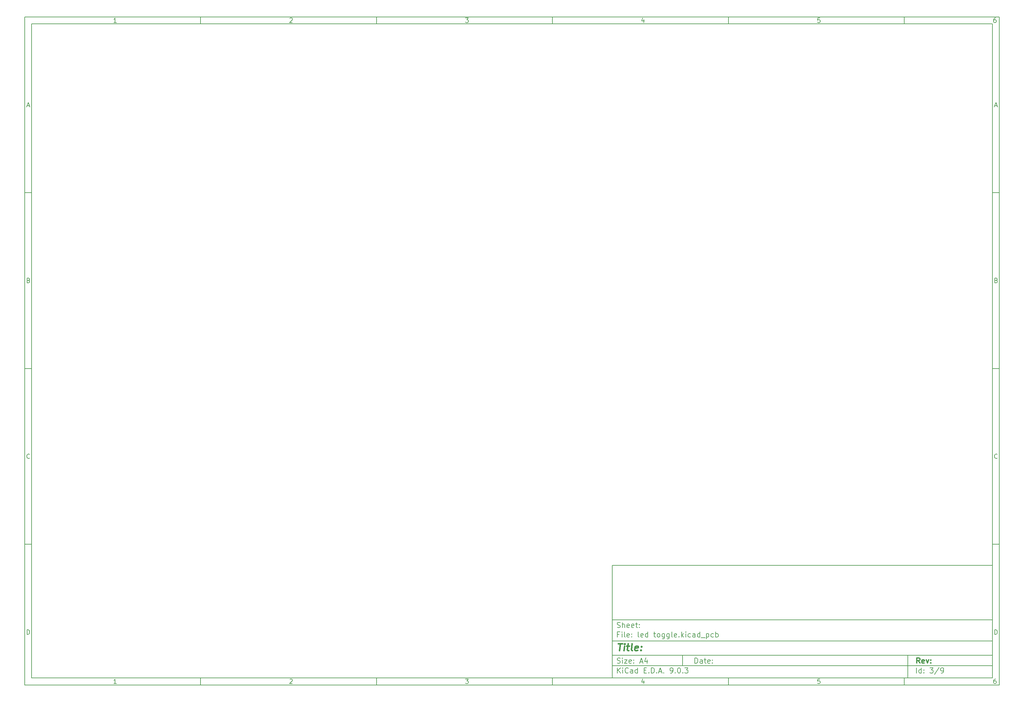
<source format=gbr>
%TF.GenerationSoftware,KiCad,Pcbnew,9.0.3*%
%TF.CreationDate,2025-07-31T01:26:59+05:30*%
%TF.ProjectId,led toggle,6c656420-746f-4676-976c-652e6b696361,rev?*%
%TF.SameCoordinates,Original*%
%TF.FileFunction,Paste,Top*%
%TF.FilePolarity,Positive*%
%FSLAX46Y46*%
G04 Gerber Fmt 4.6, Leading zero omitted, Abs format (unit mm)*
G04 Created by KiCad (PCBNEW 9.0.3) date 2025-07-31 01:26:59*
%MOMM*%
%LPD*%
G01*
G04 APERTURE LIST*
%ADD10C,0.100000*%
%ADD11C,0.150000*%
%ADD12C,0.300000*%
%ADD13C,0.400000*%
G04 APERTURE END LIST*
D10*
D11*
X177002200Y-166007200D02*
X285002200Y-166007200D01*
X285002200Y-198007200D01*
X177002200Y-198007200D01*
X177002200Y-166007200D01*
D10*
D11*
X10000000Y-10000000D02*
X287002200Y-10000000D01*
X287002200Y-200007200D01*
X10000000Y-200007200D01*
X10000000Y-10000000D01*
D10*
D11*
X12000000Y-12000000D02*
X285002200Y-12000000D01*
X285002200Y-198007200D01*
X12000000Y-198007200D01*
X12000000Y-12000000D01*
D10*
D11*
X60000000Y-12000000D02*
X60000000Y-10000000D01*
D10*
D11*
X110000000Y-12000000D02*
X110000000Y-10000000D01*
D10*
D11*
X160000000Y-12000000D02*
X160000000Y-10000000D01*
D10*
D11*
X210000000Y-12000000D02*
X210000000Y-10000000D01*
D10*
D11*
X260000000Y-12000000D02*
X260000000Y-10000000D01*
D10*
D11*
X36089160Y-11593604D02*
X35346303Y-11593604D01*
X35717731Y-11593604D02*
X35717731Y-10293604D01*
X35717731Y-10293604D02*
X35593922Y-10479319D01*
X35593922Y-10479319D02*
X35470112Y-10603128D01*
X35470112Y-10603128D02*
X35346303Y-10665033D01*
D10*
D11*
X85346303Y-10417414D02*
X85408207Y-10355509D01*
X85408207Y-10355509D02*
X85532017Y-10293604D01*
X85532017Y-10293604D02*
X85841541Y-10293604D01*
X85841541Y-10293604D02*
X85965350Y-10355509D01*
X85965350Y-10355509D02*
X86027255Y-10417414D01*
X86027255Y-10417414D02*
X86089160Y-10541223D01*
X86089160Y-10541223D02*
X86089160Y-10665033D01*
X86089160Y-10665033D02*
X86027255Y-10850747D01*
X86027255Y-10850747D02*
X85284398Y-11593604D01*
X85284398Y-11593604D02*
X86089160Y-11593604D01*
D10*
D11*
X135284398Y-10293604D02*
X136089160Y-10293604D01*
X136089160Y-10293604D02*
X135655826Y-10788842D01*
X135655826Y-10788842D02*
X135841541Y-10788842D01*
X135841541Y-10788842D02*
X135965350Y-10850747D01*
X135965350Y-10850747D02*
X136027255Y-10912652D01*
X136027255Y-10912652D02*
X136089160Y-11036461D01*
X136089160Y-11036461D02*
X136089160Y-11345985D01*
X136089160Y-11345985D02*
X136027255Y-11469795D01*
X136027255Y-11469795D02*
X135965350Y-11531700D01*
X135965350Y-11531700D02*
X135841541Y-11593604D01*
X135841541Y-11593604D02*
X135470112Y-11593604D01*
X135470112Y-11593604D02*
X135346303Y-11531700D01*
X135346303Y-11531700D02*
X135284398Y-11469795D01*
D10*
D11*
X185965350Y-10726938D02*
X185965350Y-11593604D01*
X185655826Y-10231700D02*
X185346303Y-11160271D01*
X185346303Y-11160271D02*
X186151064Y-11160271D01*
D10*
D11*
X236027255Y-10293604D02*
X235408207Y-10293604D01*
X235408207Y-10293604D02*
X235346303Y-10912652D01*
X235346303Y-10912652D02*
X235408207Y-10850747D01*
X235408207Y-10850747D02*
X235532017Y-10788842D01*
X235532017Y-10788842D02*
X235841541Y-10788842D01*
X235841541Y-10788842D02*
X235965350Y-10850747D01*
X235965350Y-10850747D02*
X236027255Y-10912652D01*
X236027255Y-10912652D02*
X236089160Y-11036461D01*
X236089160Y-11036461D02*
X236089160Y-11345985D01*
X236089160Y-11345985D02*
X236027255Y-11469795D01*
X236027255Y-11469795D02*
X235965350Y-11531700D01*
X235965350Y-11531700D02*
X235841541Y-11593604D01*
X235841541Y-11593604D02*
X235532017Y-11593604D01*
X235532017Y-11593604D02*
X235408207Y-11531700D01*
X235408207Y-11531700D02*
X235346303Y-11469795D01*
D10*
D11*
X285965350Y-10293604D02*
X285717731Y-10293604D01*
X285717731Y-10293604D02*
X285593922Y-10355509D01*
X285593922Y-10355509D02*
X285532017Y-10417414D01*
X285532017Y-10417414D02*
X285408207Y-10603128D01*
X285408207Y-10603128D02*
X285346303Y-10850747D01*
X285346303Y-10850747D02*
X285346303Y-11345985D01*
X285346303Y-11345985D02*
X285408207Y-11469795D01*
X285408207Y-11469795D02*
X285470112Y-11531700D01*
X285470112Y-11531700D02*
X285593922Y-11593604D01*
X285593922Y-11593604D02*
X285841541Y-11593604D01*
X285841541Y-11593604D02*
X285965350Y-11531700D01*
X285965350Y-11531700D02*
X286027255Y-11469795D01*
X286027255Y-11469795D02*
X286089160Y-11345985D01*
X286089160Y-11345985D02*
X286089160Y-11036461D01*
X286089160Y-11036461D02*
X286027255Y-10912652D01*
X286027255Y-10912652D02*
X285965350Y-10850747D01*
X285965350Y-10850747D02*
X285841541Y-10788842D01*
X285841541Y-10788842D02*
X285593922Y-10788842D01*
X285593922Y-10788842D02*
X285470112Y-10850747D01*
X285470112Y-10850747D02*
X285408207Y-10912652D01*
X285408207Y-10912652D02*
X285346303Y-11036461D01*
D10*
D11*
X60000000Y-198007200D02*
X60000000Y-200007200D01*
D10*
D11*
X110000000Y-198007200D02*
X110000000Y-200007200D01*
D10*
D11*
X160000000Y-198007200D02*
X160000000Y-200007200D01*
D10*
D11*
X210000000Y-198007200D02*
X210000000Y-200007200D01*
D10*
D11*
X260000000Y-198007200D02*
X260000000Y-200007200D01*
D10*
D11*
X36089160Y-199600804D02*
X35346303Y-199600804D01*
X35717731Y-199600804D02*
X35717731Y-198300804D01*
X35717731Y-198300804D02*
X35593922Y-198486519D01*
X35593922Y-198486519D02*
X35470112Y-198610328D01*
X35470112Y-198610328D02*
X35346303Y-198672233D01*
D10*
D11*
X85346303Y-198424614D02*
X85408207Y-198362709D01*
X85408207Y-198362709D02*
X85532017Y-198300804D01*
X85532017Y-198300804D02*
X85841541Y-198300804D01*
X85841541Y-198300804D02*
X85965350Y-198362709D01*
X85965350Y-198362709D02*
X86027255Y-198424614D01*
X86027255Y-198424614D02*
X86089160Y-198548423D01*
X86089160Y-198548423D02*
X86089160Y-198672233D01*
X86089160Y-198672233D02*
X86027255Y-198857947D01*
X86027255Y-198857947D02*
X85284398Y-199600804D01*
X85284398Y-199600804D02*
X86089160Y-199600804D01*
D10*
D11*
X135284398Y-198300804D02*
X136089160Y-198300804D01*
X136089160Y-198300804D02*
X135655826Y-198796042D01*
X135655826Y-198796042D02*
X135841541Y-198796042D01*
X135841541Y-198796042D02*
X135965350Y-198857947D01*
X135965350Y-198857947D02*
X136027255Y-198919852D01*
X136027255Y-198919852D02*
X136089160Y-199043661D01*
X136089160Y-199043661D02*
X136089160Y-199353185D01*
X136089160Y-199353185D02*
X136027255Y-199476995D01*
X136027255Y-199476995D02*
X135965350Y-199538900D01*
X135965350Y-199538900D02*
X135841541Y-199600804D01*
X135841541Y-199600804D02*
X135470112Y-199600804D01*
X135470112Y-199600804D02*
X135346303Y-199538900D01*
X135346303Y-199538900D02*
X135284398Y-199476995D01*
D10*
D11*
X185965350Y-198734138D02*
X185965350Y-199600804D01*
X185655826Y-198238900D02*
X185346303Y-199167471D01*
X185346303Y-199167471D02*
X186151064Y-199167471D01*
D10*
D11*
X236027255Y-198300804D02*
X235408207Y-198300804D01*
X235408207Y-198300804D02*
X235346303Y-198919852D01*
X235346303Y-198919852D02*
X235408207Y-198857947D01*
X235408207Y-198857947D02*
X235532017Y-198796042D01*
X235532017Y-198796042D02*
X235841541Y-198796042D01*
X235841541Y-198796042D02*
X235965350Y-198857947D01*
X235965350Y-198857947D02*
X236027255Y-198919852D01*
X236027255Y-198919852D02*
X236089160Y-199043661D01*
X236089160Y-199043661D02*
X236089160Y-199353185D01*
X236089160Y-199353185D02*
X236027255Y-199476995D01*
X236027255Y-199476995D02*
X235965350Y-199538900D01*
X235965350Y-199538900D02*
X235841541Y-199600804D01*
X235841541Y-199600804D02*
X235532017Y-199600804D01*
X235532017Y-199600804D02*
X235408207Y-199538900D01*
X235408207Y-199538900D02*
X235346303Y-199476995D01*
D10*
D11*
X285965350Y-198300804D02*
X285717731Y-198300804D01*
X285717731Y-198300804D02*
X285593922Y-198362709D01*
X285593922Y-198362709D02*
X285532017Y-198424614D01*
X285532017Y-198424614D02*
X285408207Y-198610328D01*
X285408207Y-198610328D02*
X285346303Y-198857947D01*
X285346303Y-198857947D02*
X285346303Y-199353185D01*
X285346303Y-199353185D02*
X285408207Y-199476995D01*
X285408207Y-199476995D02*
X285470112Y-199538900D01*
X285470112Y-199538900D02*
X285593922Y-199600804D01*
X285593922Y-199600804D02*
X285841541Y-199600804D01*
X285841541Y-199600804D02*
X285965350Y-199538900D01*
X285965350Y-199538900D02*
X286027255Y-199476995D01*
X286027255Y-199476995D02*
X286089160Y-199353185D01*
X286089160Y-199353185D02*
X286089160Y-199043661D01*
X286089160Y-199043661D02*
X286027255Y-198919852D01*
X286027255Y-198919852D02*
X285965350Y-198857947D01*
X285965350Y-198857947D02*
X285841541Y-198796042D01*
X285841541Y-198796042D02*
X285593922Y-198796042D01*
X285593922Y-198796042D02*
X285470112Y-198857947D01*
X285470112Y-198857947D02*
X285408207Y-198919852D01*
X285408207Y-198919852D02*
X285346303Y-199043661D01*
D10*
D11*
X10000000Y-60000000D02*
X12000000Y-60000000D01*
D10*
D11*
X10000000Y-110000000D02*
X12000000Y-110000000D01*
D10*
D11*
X10000000Y-160000000D02*
X12000000Y-160000000D01*
D10*
D11*
X10690476Y-35222176D02*
X11309523Y-35222176D01*
X10566666Y-35593604D02*
X10999999Y-34293604D01*
X10999999Y-34293604D02*
X11433333Y-35593604D01*
D10*
D11*
X11092857Y-84912652D02*
X11278571Y-84974557D01*
X11278571Y-84974557D02*
X11340476Y-85036461D01*
X11340476Y-85036461D02*
X11402380Y-85160271D01*
X11402380Y-85160271D02*
X11402380Y-85345985D01*
X11402380Y-85345985D02*
X11340476Y-85469795D01*
X11340476Y-85469795D02*
X11278571Y-85531700D01*
X11278571Y-85531700D02*
X11154761Y-85593604D01*
X11154761Y-85593604D02*
X10659523Y-85593604D01*
X10659523Y-85593604D02*
X10659523Y-84293604D01*
X10659523Y-84293604D02*
X11092857Y-84293604D01*
X11092857Y-84293604D02*
X11216666Y-84355509D01*
X11216666Y-84355509D02*
X11278571Y-84417414D01*
X11278571Y-84417414D02*
X11340476Y-84541223D01*
X11340476Y-84541223D02*
X11340476Y-84665033D01*
X11340476Y-84665033D02*
X11278571Y-84788842D01*
X11278571Y-84788842D02*
X11216666Y-84850747D01*
X11216666Y-84850747D02*
X11092857Y-84912652D01*
X11092857Y-84912652D02*
X10659523Y-84912652D01*
D10*
D11*
X11402380Y-135469795D02*
X11340476Y-135531700D01*
X11340476Y-135531700D02*
X11154761Y-135593604D01*
X11154761Y-135593604D02*
X11030952Y-135593604D01*
X11030952Y-135593604D02*
X10845238Y-135531700D01*
X10845238Y-135531700D02*
X10721428Y-135407890D01*
X10721428Y-135407890D02*
X10659523Y-135284080D01*
X10659523Y-135284080D02*
X10597619Y-135036461D01*
X10597619Y-135036461D02*
X10597619Y-134850747D01*
X10597619Y-134850747D02*
X10659523Y-134603128D01*
X10659523Y-134603128D02*
X10721428Y-134479319D01*
X10721428Y-134479319D02*
X10845238Y-134355509D01*
X10845238Y-134355509D02*
X11030952Y-134293604D01*
X11030952Y-134293604D02*
X11154761Y-134293604D01*
X11154761Y-134293604D02*
X11340476Y-134355509D01*
X11340476Y-134355509D02*
X11402380Y-134417414D01*
D10*
D11*
X10659523Y-185593604D02*
X10659523Y-184293604D01*
X10659523Y-184293604D02*
X10969047Y-184293604D01*
X10969047Y-184293604D02*
X11154761Y-184355509D01*
X11154761Y-184355509D02*
X11278571Y-184479319D01*
X11278571Y-184479319D02*
X11340476Y-184603128D01*
X11340476Y-184603128D02*
X11402380Y-184850747D01*
X11402380Y-184850747D02*
X11402380Y-185036461D01*
X11402380Y-185036461D02*
X11340476Y-185284080D01*
X11340476Y-185284080D02*
X11278571Y-185407890D01*
X11278571Y-185407890D02*
X11154761Y-185531700D01*
X11154761Y-185531700D02*
X10969047Y-185593604D01*
X10969047Y-185593604D02*
X10659523Y-185593604D01*
D10*
D11*
X287002200Y-60000000D02*
X285002200Y-60000000D01*
D10*
D11*
X287002200Y-110000000D02*
X285002200Y-110000000D01*
D10*
D11*
X287002200Y-160000000D02*
X285002200Y-160000000D01*
D10*
D11*
X285692676Y-35222176D02*
X286311723Y-35222176D01*
X285568866Y-35593604D02*
X286002199Y-34293604D01*
X286002199Y-34293604D02*
X286435533Y-35593604D01*
D10*
D11*
X286095057Y-84912652D02*
X286280771Y-84974557D01*
X286280771Y-84974557D02*
X286342676Y-85036461D01*
X286342676Y-85036461D02*
X286404580Y-85160271D01*
X286404580Y-85160271D02*
X286404580Y-85345985D01*
X286404580Y-85345985D02*
X286342676Y-85469795D01*
X286342676Y-85469795D02*
X286280771Y-85531700D01*
X286280771Y-85531700D02*
X286156961Y-85593604D01*
X286156961Y-85593604D02*
X285661723Y-85593604D01*
X285661723Y-85593604D02*
X285661723Y-84293604D01*
X285661723Y-84293604D02*
X286095057Y-84293604D01*
X286095057Y-84293604D02*
X286218866Y-84355509D01*
X286218866Y-84355509D02*
X286280771Y-84417414D01*
X286280771Y-84417414D02*
X286342676Y-84541223D01*
X286342676Y-84541223D02*
X286342676Y-84665033D01*
X286342676Y-84665033D02*
X286280771Y-84788842D01*
X286280771Y-84788842D02*
X286218866Y-84850747D01*
X286218866Y-84850747D02*
X286095057Y-84912652D01*
X286095057Y-84912652D02*
X285661723Y-84912652D01*
D10*
D11*
X286404580Y-135469795D02*
X286342676Y-135531700D01*
X286342676Y-135531700D02*
X286156961Y-135593604D01*
X286156961Y-135593604D02*
X286033152Y-135593604D01*
X286033152Y-135593604D02*
X285847438Y-135531700D01*
X285847438Y-135531700D02*
X285723628Y-135407890D01*
X285723628Y-135407890D02*
X285661723Y-135284080D01*
X285661723Y-135284080D02*
X285599819Y-135036461D01*
X285599819Y-135036461D02*
X285599819Y-134850747D01*
X285599819Y-134850747D02*
X285661723Y-134603128D01*
X285661723Y-134603128D02*
X285723628Y-134479319D01*
X285723628Y-134479319D02*
X285847438Y-134355509D01*
X285847438Y-134355509D02*
X286033152Y-134293604D01*
X286033152Y-134293604D02*
X286156961Y-134293604D01*
X286156961Y-134293604D02*
X286342676Y-134355509D01*
X286342676Y-134355509D02*
X286404580Y-134417414D01*
D10*
D11*
X285661723Y-185593604D02*
X285661723Y-184293604D01*
X285661723Y-184293604D02*
X285971247Y-184293604D01*
X285971247Y-184293604D02*
X286156961Y-184355509D01*
X286156961Y-184355509D02*
X286280771Y-184479319D01*
X286280771Y-184479319D02*
X286342676Y-184603128D01*
X286342676Y-184603128D02*
X286404580Y-184850747D01*
X286404580Y-184850747D02*
X286404580Y-185036461D01*
X286404580Y-185036461D02*
X286342676Y-185284080D01*
X286342676Y-185284080D02*
X286280771Y-185407890D01*
X286280771Y-185407890D02*
X286156961Y-185531700D01*
X286156961Y-185531700D02*
X285971247Y-185593604D01*
X285971247Y-185593604D02*
X285661723Y-185593604D01*
D10*
D11*
X200458026Y-193793328D02*
X200458026Y-192293328D01*
X200458026Y-192293328D02*
X200815169Y-192293328D01*
X200815169Y-192293328D02*
X201029455Y-192364757D01*
X201029455Y-192364757D02*
X201172312Y-192507614D01*
X201172312Y-192507614D02*
X201243741Y-192650471D01*
X201243741Y-192650471D02*
X201315169Y-192936185D01*
X201315169Y-192936185D02*
X201315169Y-193150471D01*
X201315169Y-193150471D02*
X201243741Y-193436185D01*
X201243741Y-193436185D02*
X201172312Y-193579042D01*
X201172312Y-193579042D02*
X201029455Y-193721900D01*
X201029455Y-193721900D02*
X200815169Y-193793328D01*
X200815169Y-193793328D02*
X200458026Y-193793328D01*
X202600884Y-193793328D02*
X202600884Y-193007614D01*
X202600884Y-193007614D02*
X202529455Y-192864757D01*
X202529455Y-192864757D02*
X202386598Y-192793328D01*
X202386598Y-192793328D02*
X202100884Y-192793328D01*
X202100884Y-192793328D02*
X201958026Y-192864757D01*
X202600884Y-193721900D02*
X202458026Y-193793328D01*
X202458026Y-193793328D02*
X202100884Y-193793328D01*
X202100884Y-193793328D02*
X201958026Y-193721900D01*
X201958026Y-193721900D02*
X201886598Y-193579042D01*
X201886598Y-193579042D02*
X201886598Y-193436185D01*
X201886598Y-193436185D02*
X201958026Y-193293328D01*
X201958026Y-193293328D02*
X202100884Y-193221900D01*
X202100884Y-193221900D02*
X202458026Y-193221900D01*
X202458026Y-193221900D02*
X202600884Y-193150471D01*
X203100884Y-192793328D02*
X203672312Y-192793328D01*
X203315169Y-192293328D02*
X203315169Y-193579042D01*
X203315169Y-193579042D02*
X203386598Y-193721900D01*
X203386598Y-193721900D02*
X203529455Y-193793328D01*
X203529455Y-193793328D02*
X203672312Y-193793328D01*
X204743741Y-193721900D02*
X204600884Y-193793328D01*
X204600884Y-193793328D02*
X204315170Y-193793328D01*
X204315170Y-193793328D02*
X204172312Y-193721900D01*
X204172312Y-193721900D02*
X204100884Y-193579042D01*
X204100884Y-193579042D02*
X204100884Y-193007614D01*
X204100884Y-193007614D02*
X204172312Y-192864757D01*
X204172312Y-192864757D02*
X204315170Y-192793328D01*
X204315170Y-192793328D02*
X204600884Y-192793328D01*
X204600884Y-192793328D02*
X204743741Y-192864757D01*
X204743741Y-192864757D02*
X204815170Y-193007614D01*
X204815170Y-193007614D02*
X204815170Y-193150471D01*
X204815170Y-193150471D02*
X204100884Y-193293328D01*
X205458026Y-193650471D02*
X205529455Y-193721900D01*
X205529455Y-193721900D02*
X205458026Y-193793328D01*
X205458026Y-193793328D02*
X205386598Y-193721900D01*
X205386598Y-193721900D02*
X205458026Y-193650471D01*
X205458026Y-193650471D02*
X205458026Y-193793328D01*
X205458026Y-192864757D02*
X205529455Y-192936185D01*
X205529455Y-192936185D02*
X205458026Y-193007614D01*
X205458026Y-193007614D02*
X205386598Y-192936185D01*
X205386598Y-192936185D02*
X205458026Y-192864757D01*
X205458026Y-192864757D02*
X205458026Y-193007614D01*
D10*
D11*
X177002200Y-194507200D02*
X285002200Y-194507200D01*
D10*
D11*
X178458026Y-196593328D02*
X178458026Y-195093328D01*
X179315169Y-196593328D02*
X178672312Y-195736185D01*
X179315169Y-195093328D02*
X178458026Y-195950471D01*
X179958026Y-196593328D02*
X179958026Y-195593328D01*
X179958026Y-195093328D02*
X179886598Y-195164757D01*
X179886598Y-195164757D02*
X179958026Y-195236185D01*
X179958026Y-195236185D02*
X180029455Y-195164757D01*
X180029455Y-195164757D02*
X179958026Y-195093328D01*
X179958026Y-195093328D02*
X179958026Y-195236185D01*
X181529455Y-196450471D02*
X181458027Y-196521900D01*
X181458027Y-196521900D02*
X181243741Y-196593328D01*
X181243741Y-196593328D02*
X181100884Y-196593328D01*
X181100884Y-196593328D02*
X180886598Y-196521900D01*
X180886598Y-196521900D02*
X180743741Y-196379042D01*
X180743741Y-196379042D02*
X180672312Y-196236185D01*
X180672312Y-196236185D02*
X180600884Y-195950471D01*
X180600884Y-195950471D02*
X180600884Y-195736185D01*
X180600884Y-195736185D02*
X180672312Y-195450471D01*
X180672312Y-195450471D02*
X180743741Y-195307614D01*
X180743741Y-195307614D02*
X180886598Y-195164757D01*
X180886598Y-195164757D02*
X181100884Y-195093328D01*
X181100884Y-195093328D02*
X181243741Y-195093328D01*
X181243741Y-195093328D02*
X181458027Y-195164757D01*
X181458027Y-195164757D02*
X181529455Y-195236185D01*
X182815170Y-196593328D02*
X182815170Y-195807614D01*
X182815170Y-195807614D02*
X182743741Y-195664757D01*
X182743741Y-195664757D02*
X182600884Y-195593328D01*
X182600884Y-195593328D02*
X182315170Y-195593328D01*
X182315170Y-195593328D02*
X182172312Y-195664757D01*
X182815170Y-196521900D02*
X182672312Y-196593328D01*
X182672312Y-196593328D02*
X182315170Y-196593328D01*
X182315170Y-196593328D02*
X182172312Y-196521900D01*
X182172312Y-196521900D02*
X182100884Y-196379042D01*
X182100884Y-196379042D02*
X182100884Y-196236185D01*
X182100884Y-196236185D02*
X182172312Y-196093328D01*
X182172312Y-196093328D02*
X182315170Y-196021900D01*
X182315170Y-196021900D02*
X182672312Y-196021900D01*
X182672312Y-196021900D02*
X182815170Y-195950471D01*
X184172313Y-196593328D02*
X184172313Y-195093328D01*
X184172313Y-196521900D02*
X184029455Y-196593328D01*
X184029455Y-196593328D02*
X183743741Y-196593328D01*
X183743741Y-196593328D02*
X183600884Y-196521900D01*
X183600884Y-196521900D02*
X183529455Y-196450471D01*
X183529455Y-196450471D02*
X183458027Y-196307614D01*
X183458027Y-196307614D02*
X183458027Y-195879042D01*
X183458027Y-195879042D02*
X183529455Y-195736185D01*
X183529455Y-195736185D02*
X183600884Y-195664757D01*
X183600884Y-195664757D02*
X183743741Y-195593328D01*
X183743741Y-195593328D02*
X184029455Y-195593328D01*
X184029455Y-195593328D02*
X184172313Y-195664757D01*
X186029455Y-195807614D02*
X186529455Y-195807614D01*
X186743741Y-196593328D02*
X186029455Y-196593328D01*
X186029455Y-196593328D02*
X186029455Y-195093328D01*
X186029455Y-195093328D02*
X186743741Y-195093328D01*
X187386598Y-196450471D02*
X187458027Y-196521900D01*
X187458027Y-196521900D02*
X187386598Y-196593328D01*
X187386598Y-196593328D02*
X187315170Y-196521900D01*
X187315170Y-196521900D02*
X187386598Y-196450471D01*
X187386598Y-196450471D02*
X187386598Y-196593328D01*
X188100884Y-196593328D02*
X188100884Y-195093328D01*
X188100884Y-195093328D02*
X188458027Y-195093328D01*
X188458027Y-195093328D02*
X188672313Y-195164757D01*
X188672313Y-195164757D02*
X188815170Y-195307614D01*
X188815170Y-195307614D02*
X188886599Y-195450471D01*
X188886599Y-195450471D02*
X188958027Y-195736185D01*
X188958027Y-195736185D02*
X188958027Y-195950471D01*
X188958027Y-195950471D02*
X188886599Y-196236185D01*
X188886599Y-196236185D02*
X188815170Y-196379042D01*
X188815170Y-196379042D02*
X188672313Y-196521900D01*
X188672313Y-196521900D02*
X188458027Y-196593328D01*
X188458027Y-196593328D02*
X188100884Y-196593328D01*
X189600884Y-196450471D02*
X189672313Y-196521900D01*
X189672313Y-196521900D02*
X189600884Y-196593328D01*
X189600884Y-196593328D02*
X189529456Y-196521900D01*
X189529456Y-196521900D02*
X189600884Y-196450471D01*
X189600884Y-196450471D02*
X189600884Y-196593328D01*
X190243742Y-196164757D02*
X190958028Y-196164757D01*
X190100885Y-196593328D02*
X190600885Y-195093328D01*
X190600885Y-195093328D02*
X191100885Y-196593328D01*
X191600884Y-196450471D02*
X191672313Y-196521900D01*
X191672313Y-196521900D02*
X191600884Y-196593328D01*
X191600884Y-196593328D02*
X191529456Y-196521900D01*
X191529456Y-196521900D02*
X191600884Y-196450471D01*
X191600884Y-196450471D02*
X191600884Y-196593328D01*
X193529456Y-196593328D02*
X193815170Y-196593328D01*
X193815170Y-196593328D02*
X193958027Y-196521900D01*
X193958027Y-196521900D02*
X194029456Y-196450471D01*
X194029456Y-196450471D02*
X194172313Y-196236185D01*
X194172313Y-196236185D02*
X194243742Y-195950471D01*
X194243742Y-195950471D02*
X194243742Y-195379042D01*
X194243742Y-195379042D02*
X194172313Y-195236185D01*
X194172313Y-195236185D02*
X194100885Y-195164757D01*
X194100885Y-195164757D02*
X193958027Y-195093328D01*
X193958027Y-195093328D02*
X193672313Y-195093328D01*
X193672313Y-195093328D02*
X193529456Y-195164757D01*
X193529456Y-195164757D02*
X193458027Y-195236185D01*
X193458027Y-195236185D02*
X193386599Y-195379042D01*
X193386599Y-195379042D02*
X193386599Y-195736185D01*
X193386599Y-195736185D02*
X193458027Y-195879042D01*
X193458027Y-195879042D02*
X193529456Y-195950471D01*
X193529456Y-195950471D02*
X193672313Y-196021900D01*
X193672313Y-196021900D02*
X193958027Y-196021900D01*
X193958027Y-196021900D02*
X194100885Y-195950471D01*
X194100885Y-195950471D02*
X194172313Y-195879042D01*
X194172313Y-195879042D02*
X194243742Y-195736185D01*
X194886598Y-196450471D02*
X194958027Y-196521900D01*
X194958027Y-196521900D02*
X194886598Y-196593328D01*
X194886598Y-196593328D02*
X194815170Y-196521900D01*
X194815170Y-196521900D02*
X194886598Y-196450471D01*
X194886598Y-196450471D02*
X194886598Y-196593328D01*
X195886599Y-195093328D02*
X196029456Y-195093328D01*
X196029456Y-195093328D02*
X196172313Y-195164757D01*
X196172313Y-195164757D02*
X196243742Y-195236185D01*
X196243742Y-195236185D02*
X196315170Y-195379042D01*
X196315170Y-195379042D02*
X196386599Y-195664757D01*
X196386599Y-195664757D02*
X196386599Y-196021900D01*
X196386599Y-196021900D02*
X196315170Y-196307614D01*
X196315170Y-196307614D02*
X196243742Y-196450471D01*
X196243742Y-196450471D02*
X196172313Y-196521900D01*
X196172313Y-196521900D02*
X196029456Y-196593328D01*
X196029456Y-196593328D02*
X195886599Y-196593328D01*
X195886599Y-196593328D02*
X195743742Y-196521900D01*
X195743742Y-196521900D02*
X195672313Y-196450471D01*
X195672313Y-196450471D02*
X195600884Y-196307614D01*
X195600884Y-196307614D02*
X195529456Y-196021900D01*
X195529456Y-196021900D02*
X195529456Y-195664757D01*
X195529456Y-195664757D02*
X195600884Y-195379042D01*
X195600884Y-195379042D02*
X195672313Y-195236185D01*
X195672313Y-195236185D02*
X195743742Y-195164757D01*
X195743742Y-195164757D02*
X195886599Y-195093328D01*
X197029455Y-196450471D02*
X197100884Y-196521900D01*
X197100884Y-196521900D02*
X197029455Y-196593328D01*
X197029455Y-196593328D02*
X196958027Y-196521900D01*
X196958027Y-196521900D02*
X197029455Y-196450471D01*
X197029455Y-196450471D02*
X197029455Y-196593328D01*
X197600884Y-195093328D02*
X198529456Y-195093328D01*
X198529456Y-195093328D02*
X198029456Y-195664757D01*
X198029456Y-195664757D02*
X198243741Y-195664757D01*
X198243741Y-195664757D02*
X198386599Y-195736185D01*
X198386599Y-195736185D02*
X198458027Y-195807614D01*
X198458027Y-195807614D02*
X198529456Y-195950471D01*
X198529456Y-195950471D02*
X198529456Y-196307614D01*
X198529456Y-196307614D02*
X198458027Y-196450471D01*
X198458027Y-196450471D02*
X198386599Y-196521900D01*
X198386599Y-196521900D02*
X198243741Y-196593328D01*
X198243741Y-196593328D02*
X197815170Y-196593328D01*
X197815170Y-196593328D02*
X197672313Y-196521900D01*
X197672313Y-196521900D02*
X197600884Y-196450471D01*
D10*
D11*
X177002200Y-191507200D02*
X285002200Y-191507200D01*
D10*
D12*
X264413853Y-193785528D02*
X263913853Y-193071242D01*
X263556710Y-193785528D02*
X263556710Y-192285528D01*
X263556710Y-192285528D02*
X264128139Y-192285528D01*
X264128139Y-192285528D02*
X264270996Y-192356957D01*
X264270996Y-192356957D02*
X264342425Y-192428385D01*
X264342425Y-192428385D02*
X264413853Y-192571242D01*
X264413853Y-192571242D02*
X264413853Y-192785528D01*
X264413853Y-192785528D02*
X264342425Y-192928385D01*
X264342425Y-192928385D02*
X264270996Y-192999814D01*
X264270996Y-192999814D02*
X264128139Y-193071242D01*
X264128139Y-193071242D02*
X263556710Y-193071242D01*
X265628139Y-193714100D02*
X265485282Y-193785528D01*
X265485282Y-193785528D02*
X265199568Y-193785528D01*
X265199568Y-193785528D02*
X265056710Y-193714100D01*
X265056710Y-193714100D02*
X264985282Y-193571242D01*
X264985282Y-193571242D02*
X264985282Y-192999814D01*
X264985282Y-192999814D02*
X265056710Y-192856957D01*
X265056710Y-192856957D02*
X265199568Y-192785528D01*
X265199568Y-192785528D02*
X265485282Y-192785528D01*
X265485282Y-192785528D02*
X265628139Y-192856957D01*
X265628139Y-192856957D02*
X265699568Y-192999814D01*
X265699568Y-192999814D02*
X265699568Y-193142671D01*
X265699568Y-193142671D02*
X264985282Y-193285528D01*
X266199567Y-192785528D02*
X266556710Y-193785528D01*
X266556710Y-193785528D02*
X266913853Y-192785528D01*
X267485281Y-193642671D02*
X267556710Y-193714100D01*
X267556710Y-193714100D02*
X267485281Y-193785528D01*
X267485281Y-193785528D02*
X267413853Y-193714100D01*
X267413853Y-193714100D02*
X267485281Y-193642671D01*
X267485281Y-193642671D02*
X267485281Y-193785528D01*
X267485281Y-192856957D02*
X267556710Y-192928385D01*
X267556710Y-192928385D02*
X267485281Y-192999814D01*
X267485281Y-192999814D02*
X267413853Y-192928385D01*
X267413853Y-192928385D02*
X267485281Y-192856957D01*
X267485281Y-192856957D02*
X267485281Y-192999814D01*
D10*
D11*
X178386598Y-193721900D02*
X178600884Y-193793328D01*
X178600884Y-193793328D02*
X178958026Y-193793328D01*
X178958026Y-193793328D02*
X179100884Y-193721900D01*
X179100884Y-193721900D02*
X179172312Y-193650471D01*
X179172312Y-193650471D02*
X179243741Y-193507614D01*
X179243741Y-193507614D02*
X179243741Y-193364757D01*
X179243741Y-193364757D02*
X179172312Y-193221900D01*
X179172312Y-193221900D02*
X179100884Y-193150471D01*
X179100884Y-193150471D02*
X178958026Y-193079042D01*
X178958026Y-193079042D02*
X178672312Y-193007614D01*
X178672312Y-193007614D02*
X178529455Y-192936185D01*
X178529455Y-192936185D02*
X178458026Y-192864757D01*
X178458026Y-192864757D02*
X178386598Y-192721900D01*
X178386598Y-192721900D02*
X178386598Y-192579042D01*
X178386598Y-192579042D02*
X178458026Y-192436185D01*
X178458026Y-192436185D02*
X178529455Y-192364757D01*
X178529455Y-192364757D02*
X178672312Y-192293328D01*
X178672312Y-192293328D02*
X179029455Y-192293328D01*
X179029455Y-192293328D02*
X179243741Y-192364757D01*
X179886597Y-193793328D02*
X179886597Y-192793328D01*
X179886597Y-192293328D02*
X179815169Y-192364757D01*
X179815169Y-192364757D02*
X179886597Y-192436185D01*
X179886597Y-192436185D02*
X179958026Y-192364757D01*
X179958026Y-192364757D02*
X179886597Y-192293328D01*
X179886597Y-192293328D02*
X179886597Y-192436185D01*
X180458026Y-192793328D02*
X181243741Y-192793328D01*
X181243741Y-192793328D02*
X180458026Y-193793328D01*
X180458026Y-193793328D02*
X181243741Y-193793328D01*
X182386598Y-193721900D02*
X182243741Y-193793328D01*
X182243741Y-193793328D02*
X181958027Y-193793328D01*
X181958027Y-193793328D02*
X181815169Y-193721900D01*
X181815169Y-193721900D02*
X181743741Y-193579042D01*
X181743741Y-193579042D02*
X181743741Y-193007614D01*
X181743741Y-193007614D02*
X181815169Y-192864757D01*
X181815169Y-192864757D02*
X181958027Y-192793328D01*
X181958027Y-192793328D02*
X182243741Y-192793328D01*
X182243741Y-192793328D02*
X182386598Y-192864757D01*
X182386598Y-192864757D02*
X182458027Y-193007614D01*
X182458027Y-193007614D02*
X182458027Y-193150471D01*
X182458027Y-193150471D02*
X181743741Y-193293328D01*
X183100883Y-193650471D02*
X183172312Y-193721900D01*
X183172312Y-193721900D02*
X183100883Y-193793328D01*
X183100883Y-193793328D02*
X183029455Y-193721900D01*
X183029455Y-193721900D02*
X183100883Y-193650471D01*
X183100883Y-193650471D02*
X183100883Y-193793328D01*
X183100883Y-192864757D02*
X183172312Y-192936185D01*
X183172312Y-192936185D02*
X183100883Y-193007614D01*
X183100883Y-193007614D02*
X183029455Y-192936185D01*
X183029455Y-192936185D02*
X183100883Y-192864757D01*
X183100883Y-192864757D02*
X183100883Y-193007614D01*
X184886598Y-193364757D02*
X185600884Y-193364757D01*
X184743741Y-193793328D02*
X185243741Y-192293328D01*
X185243741Y-192293328D02*
X185743741Y-193793328D01*
X186886598Y-192793328D02*
X186886598Y-193793328D01*
X186529455Y-192221900D02*
X186172312Y-193293328D01*
X186172312Y-193293328D02*
X187100883Y-193293328D01*
D10*
D11*
X263458026Y-196593328D02*
X263458026Y-195093328D01*
X264815170Y-196593328D02*
X264815170Y-195093328D01*
X264815170Y-196521900D02*
X264672312Y-196593328D01*
X264672312Y-196593328D02*
X264386598Y-196593328D01*
X264386598Y-196593328D02*
X264243741Y-196521900D01*
X264243741Y-196521900D02*
X264172312Y-196450471D01*
X264172312Y-196450471D02*
X264100884Y-196307614D01*
X264100884Y-196307614D02*
X264100884Y-195879042D01*
X264100884Y-195879042D02*
X264172312Y-195736185D01*
X264172312Y-195736185D02*
X264243741Y-195664757D01*
X264243741Y-195664757D02*
X264386598Y-195593328D01*
X264386598Y-195593328D02*
X264672312Y-195593328D01*
X264672312Y-195593328D02*
X264815170Y-195664757D01*
X265529455Y-196450471D02*
X265600884Y-196521900D01*
X265600884Y-196521900D02*
X265529455Y-196593328D01*
X265529455Y-196593328D02*
X265458027Y-196521900D01*
X265458027Y-196521900D02*
X265529455Y-196450471D01*
X265529455Y-196450471D02*
X265529455Y-196593328D01*
X265529455Y-195664757D02*
X265600884Y-195736185D01*
X265600884Y-195736185D02*
X265529455Y-195807614D01*
X265529455Y-195807614D02*
X265458027Y-195736185D01*
X265458027Y-195736185D02*
X265529455Y-195664757D01*
X265529455Y-195664757D02*
X265529455Y-195807614D01*
X267243741Y-195093328D02*
X268172313Y-195093328D01*
X268172313Y-195093328D02*
X267672313Y-195664757D01*
X267672313Y-195664757D02*
X267886598Y-195664757D01*
X267886598Y-195664757D02*
X268029456Y-195736185D01*
X268029456Y-195736185D02*
X268100884Y-195807614D01*
X268100884Y-195807614D02*
X268172313Y-195950471D01*
X268172313Y-195950471D02*
X268172313Y-196307614D01*
X268172313Y-196307614D02*
X268100884Y-196450471D01*
X268100884Y-196450471D02*
X268029456Y-196521900D01*
X268029456Y-196521900D02*
X267886598Y-196593328D01*
X267886598Y-196593328D02*
X267458027Y-196593328D01*
X267458027Y-196593328D02*
X267315170Y-196521900D01*
X267315170Y-196521900D02*
X267243741Y-196450471D01*
X269886598Y-195021900D02*
X268600884Y-196950471D01*
X270458027Y-196593328D02*
X270743741Y-196593328D01*
X270743741Y-196593328D02*
X270886598Y-196521900D01*
X270886598Y-196521900D02*
X270958027Y-196450471D01*
X270958027Y-196450471D02*
X271100884Y-196236185D01*
X271100884Y-196236185D02*
X271172313Y-195950471D01*
X271172313Y-195950471D02*
X271172313Y-195379042D01*
X271172313Y-195379042D02*
X271100884Y-195236185D01*
X271100884Y-195236185D02*
X271029456Y-195164757D01*
X271029456Y-195164757D02*
X270886598Y-195093328D01*
X270886598Y-195093328D02*
X270600884Y-195093328D01*
X270600884Y-195093328D02*
X270458027Y-195164757D01*
X270458027Y-195164757D02*
X270386598Y-195236185D01*
X270386598Y-195236185D02*
X270315170Y-195379042D01*
X270315170Y-195379042D02*
X270315170Y-195736185D01*
X270315170Y-195736185D02*
X270386598Y-195879042D01*
X270386598Y-195879042D02*
X270458027Y-195950471D01*
X270458027Y-195950471D02*
X270600884Y-196021900D01*
X270600884Y-196021900D02*
X270886598Y-196021900D01*
X270886598Y-196021900D02*
X271029456Y-195950471D01*
X271029456Y-195950471D02*
X271100884Y-195879042D01*
X271100884Y-195879042D02*
X271172313Y-195736185D01*
D10*
D11*
X177002200Y-187507200D02*
X285002200Y-187507200D01*
D10*
D13*
X178693928Y-188211638D02*
X179836785Y-188211638D01*
X179015357Y-190211638D02*
X179265357Y-188211638D01*
X180253452Y-190211638D02*
X180420119Y-188878304D01*
X180503452Y-188211638D02*
X180396309Y-188306876D01*
X180396309Y-188306876D02*
X180479643Y-188402114D01*
X180479643Y-188402114D02*
X180586786Y-188306876D01*
X180586786Y-188306876D02*
X180503452Y-188211638D01*
X180503452Y-188211638D02*
X180479643Y-188402114D01*
X181086786Y-188878304D02*
X181848690Y-188878304D01*
X181455833Y-188211638D02*
X181241548Y-189925923D01*
X181241548Y-189925923D02*
X181312976Y-190116400D01*
X181312976Y-190116400D02*
X181491548Y-190211638D01*
X181491548Y-190211638D02*
X181682024Y-190211638D01*
X182634405Y-190211638D02*
X182455833Y-190116400D01*
X182455833Y-190116400D02*
X182384405Y-189925923D01*
X182384405Y-189925923D02*
X182598690Y-188211638D01*
X184170119Y-190116400D02*
X183967738Y-190211638D01*
X183967738Y-190211638D02*
X183586785Y-190211638D01*
X183586785Y-190211638D02*
X183408214Y-190116400D01*
X183408214Y-190116400D02*
X183336785Y-189925923D01*
X183336785Y-189925923D02*
X183432024Y-189164019D01*
X183432024Y-189164019D02*
X183551071Y-188973542D01*
X183551071Y-188973542D02*
X183753452Y-188878304D01*
X183753452Y-188878304D02*
X184134404Y-188878304D01*
X184134404Y-188878304D02*
X184312976Y-188973542D01*
X184312976Y-188973542D02*
X184384404Y-189164019D01*
X184384404Y-189164019D02*
X184360595Y-189354495D01*
X184360595Y-189354495D02*
X183384404Y-189544971D01*
X185134405Y-190021161D02*
X185217738Y-190116400D01*
X185217738Y-190116400D02*
X185110595Y-190211638D01*
X185110595Y-190211638D02*
X185027262Y-190116400D01*
X185027262Y-190116400D02*
X185134405Y-190021161D01*
X185134405Y-190021161D02*
X185110595Y-190211638D01*
X185265357Y-188973542D02*
X185348690Y-189068780D01*
X185348690Y-189068780D02*
X185241548Y-189164019D01*
X185241548Y-189164019D02*
X185158214Y-189068780D01*
X185158214Y-189068780D02*
X185265357Y-188973542D01*
X185265357Y-188973542D02*
X185241548Y-189164019D01*
D10*
D11*
X178958026Y-185607614D02*
X178458026Y-185607614D01*
X178458026Y-186393328D02*
X178458026Y-184893328D01*
X178458026Y-184893328D02*
X179172312Y-184893328D01*
X179743740Y-186393328D02*
X179743740Y-185393328D01*
X179743740Y-184893328D02*
X179672312Y-184964757D01*
X179672312Y-184964757D02*
X179743740Y-185036185D01*
X179743740Y-185036185D02*
X179815169Y-184964757D01*
X179815169Y-184964757D02*
X179743740Y-184893328D01*
X179743740Y-184893328D02*
X179743740Y-185036185D01*
X180672312Y-186393328D02*
X180529455Y-186321900D01*
X180529455Y-186321900D02*
X180458026Y-186179042D01*
X180458026Y-186179042D02*
X180458026Y-184893328D01*
X181815169Y-186321900D02*
X181672312Y-186393328D01*
X181672312Y-186393328D02*
X181386598Y-186393328D01*
X181386598Y-186393328D02*
X181243740Y-186321900D01*
X181243740Y-186321900D02*
X181172312Y-186179042D01*
X181172312Y-186179042D02*
X181172312Y-185607614D01*
X181172312Y-185607614D02*
X181243740Y-185464757D01*
X181243740Y-185464757D02*
X181386598Y-185393328D01*
X181386598Y-185393328D02*
X181672312Y-185393328D01*
X181672312Y-185393328D02*
X181815169Y-185464757D01*
X181815169Y-185464757D02*
X181886598Y-185607614D01*
X181886598Y-185607614D02*
X181886598Y-185750471D01*
X181886598Y-185750471D02*
X181172312Y-185893328D01*
X182529454Y-186250471D02*
X182600883Y-186321900D01*
X182600883Y-186321900D02*
X182529454Y-186393328D01*
X182529454Y-186393328D02*
X182458026Y-186321900D01*
X182458026Y-186321900D02*
X182529454Y-186250471D01*
X182529454Y-186250471D02*
X182529454Y-186393328D01*
X182529454Y-185464757D02*
X182600883Y-185536185D01*
X182600883Y-185536185D02*
X182529454Y-185607614D01*
X182529454Y-185607614D02*
X182458026Y-185536185D01*
X182458026Y-185536185D02*
X182529454Y-185464757D01*
X182529454Y-185464757D02*
X182529454Y-185607614D01*
X184600883Y-186393328D02*
X184458026Y-186321900D01*
X184458026Y-186321900D02*
X184386597Y-186179042D01*
X184386597Y-186179042D02*
X184386597Y-184893328D01*
X185743740Y-186321900D02*
X185600883Y-186393328D01*
X185600883Y-186393328D02*
X185315169Y-186393328D01*
X185315169Y-186393328D02*
X185172311Y-186321900D01*
X185172311Y-186321900D02*
X185100883Y-186179042D01*
X185100883Y-186179042D02*
X185100883Y-185607614D01*
X185100883Y-185607614D02*
X185172311Y-185464757D01*
X185172311Y-185464757D02*
X185315169Y-185393328D01*
X185315169Y-185393328D02*
X185600883Y-185393328D01*
X185600883Y-185393328D02*
X185743740Y-185464757D01*
X185743740Y-185464757D02*
X185815169Y-185607614D01*
X185815169Y-185607614D02*
X185815169Y-185750471D01*
X185815169Y-185750471D02*
X185100883Y-185893328D01*
X187100883Y-186393328D02*
X187100883Y-184893328D01*
X187100883Y-186321900D02*
X186958025Y-186393328D01*
X186958025Y-186393328D02*
X186672311Y-186393328D01*
X186672311Y-186393328D02*
X186529454Y-186321900D01*
X186529454Y-186321900D02*
X186458025Y-186250471D01*
X186458025Y-186250471D02*
X186386597Y-186107614D01*
X186386597Y-186107614D02*
X186386597Y-185679042D01*
X186386597Y-185679042D02*
X186458025Y-185536185D01*
X186458025Y-185536185D02*
X186529454Y-185464757D01*
X186529454Y-185464757D02*
X186672311Y-185393328D01*
X186672311Y-185393328D02*
X186958025Y-185393328D01*
X186958025Y-185393328D02*
X187100883Y-185464757D01*
X188743740Y-185393328D02*
X189315168Y-185393328D01*
X188958025Y-184893328D02*
X188958025Y-186179042D01*
X188958025Y-186179042D02*
X189029454Y-186321900D01*
X189029454Y-186321900D02*
X189172311Y-186393328D01*
X189172311Y-186393328D02*
X189315168Y-186393328D01*
X190029454Y-186393328D02*
X189886597Y-186321900D01*
X189886597Y-186321900D02*
X189815168Y-186250471D01*
X189815168Y-186250471D02*
X189743740Y-186107614D01*
X189743740Y-186107614D02*
X189743740Y-185679042D01*
X189743740Y-185679042D02*
X189815168Y-185536185D01*
X189815168Y-185536185D02*
X189886597Y-185464757D01*
X189886597Y-185464757D02*
X190029454Y-185393328D01*
X190029454Y-185393328D02*
X190243740Y-185393328D01*
X190243740Y-185393328D02*
X190386597Y-185464757D01*
X190386597Y-185464757D02*
X190458026Y-185536185D01*
X190458026Y-185536185D02*
X190529454Y-185679042D01*
X190529454Y-185679042D02*
X190529454Y-186107614D01*
X190529454Y-186107614D02*
X190458026Y-186250471D01*
X190458026Y-186250471D02*
X190386597Y-186321900D01*
X190386597Y-186321900D02*
X190243740Y-186393328D01*
X190243740Y-186393328D02*
X190029454Y-186393328D01*
X191815169Y-185393328D02*
X191815169Y-186607614D01*
X191815169Y-186607614D02*
X191743740Y-186750471D01*
X191743740Y-186750471D02*
X191672311Y-186821900D01*
X191672311Y-186821900D02*
X191529454Y-186893328D01*
X191529454Y-186893328D02*
X191315169Y-186893328D01*
X191315169Y-186893328D02*
X191172311Y-186821900D01*
X191815169Y-186321900D02*
X191672311Y-186393328D01*
X191672311Y-186393328D02*
X191386597Y-186393328D01*
X191386597Y-186393328D02*
X191243740Y-186321900D01*
X191243740Y-186321900D02*
X191172311Y-186250471D01*
X191172311Y-186250471D02*
X191100883Y-186107614D01*
X191100883Y-186107614D02*
X191100883Y-185679042D01*
X191100883Y-185679042D02*
X191172311Y-185536185D01*
X191172311Y-185536185D02*
X191243740Y-185464757D01*
X191243740Y-185464757D02*
X191386597Y-185393328D01*
X191386597Y-185393328D02*
X191672311Y-185393328D01*
X191672311Y-185393328D02*
X191815169Y-185464757D01*
X193172312Y-185393328D02*
X193172312Y-186607614D01*
X193172312Y-186607614D02*
X193100883Y-186750471D01*
X193100883Y-186750471D02*
X193029454Y-186821900D01*
X193029454Y-186821900D02*
X192886597Y-186893328D01*
X192886597Y-186893328D02*
X192672312Y-186893328D01*
X192672312Y-186893328D02*
X192529454Y-186821900D01*
X193172312Y-186321900D02*
X193029454Y-186393328D01*
X193029454Y-186393328D02*
X192743740Y-186393328D01*
X192743740Y-186393328D02*
X192600883Y-186321900D01*
X192600883Y-186321900D02*
X192529454Y-186250471D01*
X192529454Y-186250471D02*
X192458026Y-186107614D01*
X192458026Y-186107614D02*
X192458026Y-185679042D01*
X192458026Y-185679042D02*
X192529454Y-185536185D01*
X192529454Y-185536185D02*
X192600883Y-185464757D01*
X192600883Y-185464757D02*
X192743740Y-185393328D01*
X192743740Y-185393328D02*
X193029454Y-185393328D01*
X193029454Y-185393328D02*
X193172312Y-185464757D01*
X194100883Y-186393328D02*
X193958026Y-186321900D01*
X193958026Y-186321900D02*
X193886597Y-186179042D01*
X193886597Y-186179042D02*
X193886597Y-184893328D01*
X195243740Y-186321900D02*
X195100883Y-186393328D01*
X195100883Y-186393328D02*
X194815169Y-186393328D01*
X194815169Y-186393328D02*
X194672311Y-186321900D01*
X194672311Y-186321900D02*
X194600883Y-186179042D01*
X194600883Y-186179042D02*
X194600883Y-185607614D01*
X194600883Y-185607614D02*
X194672311Y-185464757D01*
X194672311Y-185464757D02*
X194815169Y-185393328D01*
X194815169Y-185393328D02*
X195100883Y-185393328D01*
X195100883Y-185393328D02*
X195243740Y-185464757D01*
X195243740Y-185464757D02*
X195315169Y-185607614D01*
X195315169Y-185607614D02*
X195315169Y-185750471D01*
X195315169Y-185750471D02*
X194600883Y-185893328D01*
X195958025Y-186250471D02*
X196029454Y-186321900D01*
X196029454Y-186321900D02*
X195958025Y-186393328D01*
X195958025Y-186393328D02*
X195886597Y-186321900D01*
X195886597Y-186321900D02*
X195958025Y-186250471D01*
X195958025Y-186250471D02*
X195958025Y-186393328D01*
X196672311Y-186393328D02*
X196672311Y-184893328D01*
X196815169Y-185821900D02*
X197243740Y-186393328D01*
X197243740Y-185393328D02*
X196672311Y-185964757D01*
X197886597Y-186393328D02*
X197886597Y-185393328D01*
X197886597Y-184893328D02*
X197815169Y-184964757D01*
X197815169Y-184964757D02*
X197886597Y-185036185D01*
X197886597Y-185036185D02*
X197958026Y-184964757D01*
X197958026Y-184964757D02*
X197886597Y-184893328D01*
X197886597Y-184893328D02*
X197886597Y-185036185D01*
X199243741Y-186321900D02*
X199100883Y-186393328D01*
X199100883Y-186393328D02*
X198815169Y-186393328D01*
X198815169Y-186393328D02*
X198672312Y-186321900D01*
X198672312Y-186321900D02*
X198600883Y-186250471D01*
X198600883Y-186250471D02*
X198529455Y-186107614D01*
X198529455Y-186107614D02*
X198529455Y-185679042D01*
X198529455Y-185679042D02*
X198600883Y-185536185D01*
X198600883Y-185536185D02*
X198672312Y-185464757D01*
X198672312Y-185464757D02*
X198815169Y-185393328D01*
X198815169Y-185393328D02*
X199100883Y-185393328D01*
X199100883Y-185393328D02*
X199243741Y-185464757D01*
X200529455Y-186393328D02*
X200529455Y-185607614D01*
X200529455Y-185607614D02*
X200458026Y-185464757D01*
X200458026Y-185464757D02*
X200315169Y-185393328D01*
X200315169Y-185393328D02*
X200029455Y-185393328D01*
X200029455Y-185393328D02*
X199886597Y-185464757D01*
X200529455Y-186321900D02*
X200386597Y-186393328D01*
X200386597Y-186393328D02*
X200029455Y-186393328D01*
X200029455Y-186393328D02*
X199886597Y-186321900D01*
X199886597Y-186321900D02*
X199815169Y-186179042D01*
X199815169Y-186179042D02*
X199815169Y-186036185D01*
X199815169Y-186036185D02*
X199886597Y-185893328D01*
X199886597Y-185893328D02*
X200029455Y-185821900D01*
X200029455Y-185821900D02*
X200386597Y-185821900D01*
X200386597Y-185821900D02*
X200529455Y-185750471D01*
X201886598Y-186393328D02*
X201886598Y-184893328D01*
X201886598Y-186321900D02*
X201743740Y-186393328D01*
X201743740Y-186393328D02*
X201458026Y-186393328D01*
X201458026Y-186393328D02*
X201315169Y-186321900D01*
X201315169Y-186321900D02*
X201243740Y-186250471D01*
X201243740Y-186250471D02*
X201172312Y-186107614D01*
X201172312Y-186107614D02*
X201172312Y-185679042D01*
X201172312Y-185679042D02*
X201243740Y-185536185D01*
X201243740Y-185536185D02*
X201315169Y-185464757D01*
X201315169Y-185464757D02*
X201458026Y-185393328D01*
X201458026Y-185393328D02*
X201743740Y-185393328D01*
X201743740Y-185393328D02*
X201886598Y-185464757D01*
X202243741Y-186536185D02*
X203386598Y-186536185D01*
X203743740Y-185393328D02*
X203743740Y-186893328D01*
X203743740Y-185464757D02*
X203886598Y-185393328D01*
X203886598Y-185393328D02*
X204172312Y-185393328D01*
X204172312Y-185393328D02*
X204315169Y-185464757D01*
X204315169Y-185464757D02*
X204386598Y-185536185D01*
X204386598Y-185536185D02*
X204458026Y-185679042D01*
X204458026Y-185679042D02*
X204458026Y-186107614D01*
X204458026Y-186107614D02*
X204386598Y-186250471D01*
X204386598Y-186250471D02*
X204315169Y-186321900D01*
X204315169Y-186321900D02*
X204172312Y-186393328D01*
X204172312Y-186393328D02*
X203886598Y-186393328D01*
X203886598Y-186393328D02*
X203743740Y-186321900D01*
X205743741Y-186321900D02*
X205600883Y-186393328D01*
X205600883Y-186393328D02*
X205315169Y-186393328D01*
X205315169Y-186393328D02*
X205172312Y-186321900D01*
X205172312Y-186321900D02*
X205100883Y-186250471D01*
X205100883Y-186250471D02*
X205029455Y-186107614D01*
X205029455Y-186107614D02*
X205029455Y-185679042D01*
X205029455Y-185679042D02*
X205100883Y-185536185D01*
X205100883Y-185536185D02*
X205172312Y-185464757D01*
X205172312Y-185464757D02*
X205315169Y-185393328D01*
X205315169Y-185393328D02*
X205600883Y-185393328D01*
X205600883Y-185393328D02*
X205743741Y-185464757D01*
X206386597Y-186393328D02*
X206386597Y-184893328D01*
X206386597Y-185464757D02*
X206529455Y-185393328D01*
X206529455Y-185393328D02*
X206815169Y-185393328D01*
X206815169Y-185393328D02*
X206958026Y-185464757D01*
X206958026Y-185464757D02*
X207029455Y-185536185D01*
X207029455Y-185536185D02*
X207100883Y-185679042D01*
X207100883Y-185679042D02*
X207100883Y-186107614D01*
X207100883Y-186107614D02*
X207029455Y-186250471D01*
X207029455Y-186250471D02*
X206958026Y-186321900D01*
X206958026Y-186321900D02*
X206815169Y-186393328D01*
X206815169Y-186393328D02*
X206529455Y-186393328D01*
X206529455Y-186393328D02*
X206386597Y-186321900D01*
D10*
D11*
X177002200Y-181507200D02*
X285002200Y-181507200D01*
D10*
D11*
X178386598Y-183621900D02*
X178600884Y-183693328D01*
X178600884Y-183693328D02*
X178958026Y-183693328D01*
X178958026Y-183693328D02*
X179100884Y-183621900D01*
X179100884Y-183621900D02*
X179172312Y-183550471D01*
X179172312Y-183550471D02*
X179243741Y-183407614D01*
X179243741Y-183407614D02*
X179243741Y-183264757D01*
X179243741Y-183264757D02*
X179172312Y-183121900D01*
X179172312Y-183121900D02*
X179100884Y-183050471D01*
X179100884Y-183050471D02*
X178958026Y-182979042D01*
X178958026Y-182979042D02*
X178672312Y-182907614D01*
X178672312Y-182907614D02*
X178529455Y-182836185D01*
X178529455Y-182836185D02*
X178458026Y-182764757D01*
X178458026Y-182764757D02*
X178386598Y-182621900D01*
X178386598Y-182621900D02*
X178386598Y-182479042D01*
X178386598Y-182479042D02*
X178458026Y-182336185D01*
X178458026Y-182336185D02*
X178529455Y-182264757D01*
X178529455Y-182264757D02*
X178672312Y-182193328D01*
X178672312Y-182193328D02*
X179029455Y-182193328D01*
X179029455Y-182193328D02*
X179243741Y-182264757D01*
X179886597Y-183693328D02*
X179886597Y-182193328D01*
X180529455Y-183693328D02*
X180529455Y-182907614D01*
X180529455Y-182907614D02*
X180458026Y-182764757D01*
X180458026Y-182764757D02*
X180315169Y-182693328D01*
X180315169Y-182693328D02*
X180100883Y-182693328D01*
X180100883Y-182693328D02*
X179958026Y-182764757D01*
X179958026Y-182764757D02*
X179886597Y-182836185D01*
X181815169Y-183621900D02*
X181672312Y-183693328D01*
X181672312Y-183693328D02*
X181386598Y-183693328D01*
X181386598Y-183693328D02*
X181243740Y-183621900D01*
X181243740Y-183621900D02*
X181172312Y-183479042D01*
X181172312Y-183479042D02*
X181172312Y-182907614D01*
X181172312Y-182907614D02*
X181243740Y-182764757D01*
X181243740Y-182764757D02*
X181386598Y-182693328D01*
X181386598Y-182693328D02*
X181672312Y-182693328D01*
X181672312Y-182693328D02*
X181815169Y-182764757D01*
X181815169Y-182764757D02*
X181886598Y-182907614D01*
X181886598Y-182907614D02*
X181886598Y-183050471D01*
X181886598Y-183050471D02*
X181172312Y-183193328D01*
X183100883Y-183621900D02*
X182958026Y-183693328D01*
X182958026Y-183693328D02*
X182672312Y-183693328D01*
X182672312Y-183693328D02*
X182529454Y-183621900D01*
X182529454Y-183621900D02*
X182458026Y-183479042D01*
X182458026Y-183479042D02*
X182458026Y-182907614D01*
X182458026Y-182907614D02*
X182529454Y-182764757D01*
X182529454Y-182764757D02*
X182672312Y-182693328D01*
X182672312Y-182693328D02*
X182958026Y-182693328D01*
X182958026Y-182693328D02*
X183100883Y-182764757D01*
X183100883Y-182764757D02*
X183172312Y-182907614D01*
X183172312Y-182907614D02*
X183172312Y-183050471D01*
X183172312Y-183050471D02*
X182458026Y-183193328D01*
X183600883Y-182693328D02*
X184172311Y-182693328D01*
X183815168Y-182193328D02*
X183815168Y-183479042D01*
X183815168Y-183479042D02*
X183886597Y-183621900D01*
X183886597Y-183621900D02*
X184029454Y-183693328D01*
X184029454Y-183693328D02*
X184172311Y-183693328D01*
X184672311Y-183550471D02*
X184743740Y-183621900D01*
X184743740Y-183621900D02*
X184672311Y-183693328D01*
X184672311Y-183693328D02*
X184600883Y-183621900D01*
X184600883Y-183621900D02*
X184672311Y-183550471D01*
X184672311Y-183550471D02*
X184672311Y-183693328D01*
X184672311Y-182764757D02*
X184743740Y-182836185D01*
X184743740Y-182836185D02*
X184672311Y-182907614D01*
X184672311Y-182907614D02*
X184600883Y-182836185D01*
X184600883Y-182836185D02*
X184672311Y-182764757D01*
X184672311Y-182764757D02*
X184672311Y-182907614D01*
D10*
D11*
X197002200Y-191507200D02*
X197002200Y-194507200D01*
D10*
D11*
X261002200Y-191507200D02*
X261002200Y-198007200D01*
M02*

</source>
